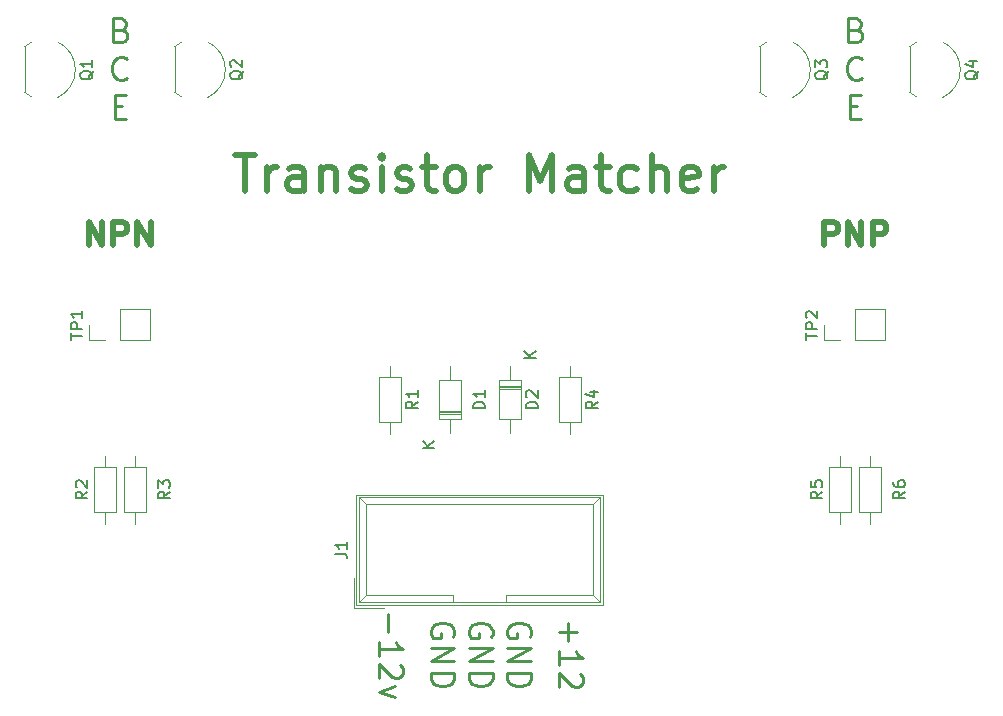
<source format=gbr>
%TF.GenerationSoftware,KiCad,Pcbnew,(5.1.7)-1*%
%TF.CreationDate,2020-11-11T16:50:08-07:00*%
%TF.ProjectId,transistor_matcher,7472616e-7369-4737-946f-725f6d617463,rev?*%
%TF.SameCoordinates,Original*%
%TF.FileFunction,Legend,Top*%
%TF.FilePolarity,Positive*%
%FSLAX46Y46*%
G04 Gerber Fmt 4.6, Leading zero omitted, Abs format (unit mm)*
G04 Created by KiCad (PCBNEW (5.1.7)-1) date 2020-11-11 16:50:08*
%MOMM*%
%LPD*%
G01*
G04 APERTURE LIST*
%ADD10C,0.250000*%
%ADD11C,0.500000*%
%ADD12C,0.120000*%
%ADD13C,0.100000*%
%ADD14C,0.150000*%
G04 APERTURE END LIST*
D10*
X176087857Y-75955418D02*
X176373571Y-76050656D01*
X176468809Y-76145895D01*
X176564047Y-76336371D01*
X176564047Y-76622085D01*
X176468809Y-76812561D01*
X176373571Y-76907799D01*
X176183095Y-77003037D01*
X175421190Y-77003037D01*
X175421190Y-75003037D01*
X176087857Y-75003037D01*
X176278333Y-75098276D01*
X176373571Y-75193514D01*
X176468809Y-75383990D01*
X176468809Y-75574466D01*
X176373571Y-75764942D01*
X176278333Y-75860180D01*
X176087857Y-75955418D01*
X175421190Y-75955418D01*
X176564047Y-80062561D02*
X176468809Y-80157799D01*
X176183095Y-80253037D01*
X175992619Y-80253037D01*
X175706904Y-80157799D01*
X175516428Y-79967323D01*
X175421190Y-79776847D01*
X175325952Y-79395895D01*
X175325952Y-79110180D01*
X175421190Y-78729228D01*
X175516428Y-78538752D01*
X175706904Y-78348276D01*
X175992619Y-78253037D01*
X176183095Y-78253037D01*
X176468809Y-78348276D01*
X176564047Y-78443514D01*
X175516428Y-82455418D02*
X176183095Y-82455418D01*
X176468809Y-83503037D02*
X175516428Y-83503037D01*
X175516428Y-81503037D01*
X176468809Y-81503037D01*
X113857857Y-75955418D02*
X114143571Y-76050656D01*
X114238809Y-76145895D01*
X114334047Y-76336371D01*
X114334047Y-76622085D01*
X114238809Y-76812561D01*
X114143571Y-76907799D01*
X113953095Y-77003037D01*
X113191190Y-77003037D01*
X113191190Y-75003037D01*
X113857857Y-75003037D01*
X114048333Y-75098276D01*
X114143571Y-75193514D01*
X114238809Y-75383990D01*
X114238809Y-75574466D01*
X114143571Y-75764942D01*
X114048333Y-75860180D01*
X113857857Y-75955418D01*
X113191190Y-75955418D01*
X114334047Y-80062561D02*
X114238809Y-80157799D01*
X113953095Y-80253037D01*
X113762619Y-80253037D01*
X113476904Y-80157799D01*
X113286428Y-79967323D01*
X113191190Y-79776847D01*
X113095952Y-79395895D01*
X113095952Y-79110180D01*
X113191190Y-78729228D01*
X113286428Y-78538752D01*
X113476904Y-78348276D01*
X113762619Y-78253037D01*
X113953095Y-78253037D01*
X114238809Y-78348276D01*
X114334047Y-78443514D01*
X113286428Y-82455418D02*
X113953095Y-82455418D01*
X114238809Y-83503037D02*
X113286428Y-83503037D01*
X113286428Y-81503037D01*
X114238809Y-81503037D01*
X148445000Y-127354466D02*
X148540238Y-127163990D01*
X148540238Y-126878276D01*
X148445000Y-126592561D01*
X148254523Y-126402085D01*
X148064047Y-126306847D01*
X147683095Y-126211609D01*
X147397380Y-126211609D01*
X147016428Y-126306847D01*
X146825952Y-126402085D01*
X146635476Y-126592561D01*
X146540238Y-126878276D01*
X146540238Y-127068752D01*
X146635476Y-127354466D01*
X146730714Y-127449704D01*
X147397380Y-127449704D01*
X147397380Y-127068752D01*
X146540238Y-128306847D02*
X148540238Y-128306847D01*
X146540238Y-129449704D01*
X148540238Y-129449704D01*
X146540238Y-130402085D02*
X148540238Y-130402085D01*
X148540238Y-130878276D01*
X148445000Y-131163990D01*
X148254523Y-131354466D01*
X148064047Y-131449704D01*
X147683095Y-131544942D01*
X147397380Y-131544942D01*
X147016428Y-131449704D01*
X146825952Y-131354466D01*
X146635476Y-131163990D01*
X146540238Y-130878276D01*
X146540238Y-130402085D01*
X145195000Y-127354466D02*
X145290238Y-127163990D01*
X145290238Y-126878276D01*
X145195000Y-126592561D01*
X145004523Y-126402085D01*
X144814047Y-126306847D01*
X144433095Y-126211609D01*
X144147380Y-126211609D01*
X143766428Y-126306847D01*
X143575952Y-126402085D01*
X143385476Y-126592561D01*
X143290238Y-126878276D01*
X143290238Y-127068752D01*
X143385476Y-127354466D01*
X143480714Y-127449704D01*
X144147380Y-127449704D01*
X144147380Y-127068752D01*
X143290238Y-128306847D02*
X145290238Y-128306847D01*
X143290238Y-129449704D01*
X145290238Y-129449704D01*
X143290238Y-130402085D02*
X145290238Y-130402085D01*
X145290238Y-130878276D01*
X145195000Y-131163990D01*
X145004523Y-131354466D01*
X144814047Y-131449704D01*
X144433095Y-131544942D01*
X144147380Y-131544942D01*
X143766428Y-131449704D01*
X143575952Y-131354466D01*
X143385476Y-131163990D01*
X143290238Y-130878276D01*
X143290238Y-130402085D01*
X141945000Y-127354466D02*
X142040238Y-127163990D01*
X142040238Y-126878276D01*
X141945000Y-126592561D01*
X141754523Y-126402085D01*
X141564047Y-126306847D01*
X141183095Y-126211609D01*
X140897380Y-126211609D01*
X140516428Y-126306847D01*
X140325952Y-126402085D01*
X140135476Y-126592561D01*
X140040238Y-126878276D01*
X140040238Y-127068752D01*
X140135476Y-127354466D01*
X140230714Y-127449704D01*
X140897380Y-127449704D01*
X140897380Y-127068752D01*
X140040238Y-128306847D02*
X142040238Y-128306847D01*
X140040238Y-129449704D01*
X142040238Y-129449704D01*
X140040238Y-130402085D02*
X142040238Y-130402085D01*
X142040238Y-130878276D01*
X141945000Y-131163990D01*
X141754523Y-131354466D01*
X141564047Y-131449704D01*
X141183095Y-131544942D01*
X140897380Y-131544942D01*
X140516428Y-131449704D01*
X140325952Y-131354466D01*
X140135476Y-131163990D01*
X140040238Y-130878276D01*
X140040238Y-130402085D01*
X151672142Y-126211609D02*
X151672142Y-127735418D01*
X150910238Y-126973514D02*
X152434047Y-126973514D01*
X150910238Y-129735418D02*
X150910238Y-128592561D01*
X150910238Y-129163990D02*
X152910238Y-129163990D01*
X152624523Y-128973514D01*
X152434047Y-128783037D01*
X152338809Y-128592561D01*
X152719761Y-130497323D02*
X152815000Y-130592561D01*
X152910238Y-130783037D01*
X152910238Y-131259228D01*
X152815000Y-131449704D01*
X152719761Y-131544942D01*
X152529285Y-131640180D01*
X152338809Y-131640180D01*
X152053095Y-131544942D01*
X150910238Y-130402085D01*
X150910238Y-131640180D01*
X136432142Y-125449704D02*
X136432142Y-126973514D01*
X135670238Y-128973514D02*
X135670238Y-127830656D01*
X135670238Y-128402085D02*
X137670238Y-128402085D01*
X137384523Y-128211609D01*
X137194047Y-128021133D01*
X137098809Y-127830656D01*
X137479761Y-129735418D02*
X137575000Y-129830656D01*
X137670238Y-130021133D01*
X137670238Y-130497323D01*
X137575000Y-130687799D01*
X137479761Y-130783037D01*
X137289285Y-130878276D01*
X137098809Y-130878276D01*
X136813095Y-130783037D01*
X135670238Y-129640180D01*
X135670238Y-130878276D01*
X137003571Y-131544942D02*
X135670238Y-132021133D01*
X137003571Y-132497323D01*
D11*
X173373571Y-94223037D02*
X173373571Y-92223037D01*
X174135476Y-92223037D01*
X174325952Y-92318276D01*
X174421190Y-92413514D01*
X174516428Y-92603990D01*
X174516428Y-92889704D01*
X174421190Y-93080180D01*
X174325952Y-93175418D01*
X174135476Y-93270656D01*
X173373571Y-93270656D01*
X175373571Y-94223037D02*
X175373571Y-92223037D01*
X176516428Y-94223037D01*
X176516428Y-92223037D01*
X177468809Y-94223037D02*
X177468809Y-92223037D01*
X178230714Y-92223037D01*
X178421190Y-92318276D01*
X178516428Y-92413514D01*
X178611666Y-92603990D01*
X178611666Y-92889704D01*
X178516428Y-93080180D01*
X178421190Y-93175418D01*
X178230714Y-93270656D01*
X177468809Y-93270656D01*
X111095952Y-94223037D02*
X111095952Y-92223037D01*
X112238809Y-94223037D01*
X112238809Y-92223037D01*
X113191190Y-94223037D02*
X113191190Y-92223037D01*
X113953095Y-92223037D01*
X114143571Y-92318276D01*
X114238809Y-92413514D01*
X114334047Y-92603990D01*
X114334047Y-92889704D01*
X114238809Y-93080180D01*
X114143571Y-93175418D01*
X113953095Y-93270656D01*
X113191190Y-93270656D01*
X115191190Y-94223037D02*
X115191190Y-92223037D01*
X116334047Y-94223037D01*
X116334047Y-92223037D01*
X123480714Y-86595418D02*
X125195000Y-86595418D01*
X124337857Y-89595418D02*
X124337857Y-86595418D01*
X126195000Y-89595418D02*
X126195000Y-87595418D01*
X126195000Y-88166847D02*
X126337857Y-87881133D01*
X126480714Y-87738276D01*
X126766428Y-87595418D01*
X127052142Y-87595418D01*
X129337857Y-89595418D02*
X129337857Y-88023990D01*
X129195000Y-87738276D01*
X128909285Y-87595418D01*
X128337857Y-87595418D01*
X128052142Y-87738276D01*
X129337857Y-89452561D02*
X129052142Y-89595418D01*
X128337857Y-89595418D01*
X128052142Y-89452561D01*
X127909285Y-89166847D01*
X127909285Y-88881133D01*
X128052142Y-88595418D01*
X128337857Y-88452561D01*
X129052142Y-88452561D01*
X129337857Y-88309704D01*
X130766428Y-87595418D02*
X130766428Y-89595418D01*
X130766428Y-87881133D02*
X130909285Y-87738276D01*
X131195000Y-87595418D01*
X131623571Y-87595418D01*
X131909285Y-87738276D01*
X132052142Y-88023990D01*
X132052142Y-89595418D01*
X133337857Y-89452561D02*
X133623571Y-89595418D01*
X134195000Y-89595418D01*
X134480714Y-89452561D01*
X134623571Y-89166847D01*
X134623571Y-89023990D01*
X134480714Y-88738276D01*
X134195000Y-88595418D01*
X133766428Y-88595418D01*
X133480714Y-88452561D01*
X133337857Y-88166847D01*
X133337857Y-88023990D01*
X133480714Y-87738276D01*
X133766428Y-87595418D01*
X134195000Y-87595418D01*
X134480714Y-87738276D01*
X135909285Y-89595418D02*
X135909285Y-87595418D01*
X135909285Y-86595418D02*
X135766428Y-86738276D01*
X135909285Y-86881133D01*
X136052142Y-86738276D01*
X135909285Y-86595418D01*
X135909285Y-86881133D01*
X137195000Y-89452561D02*
X137480714Y-89595418D01*
X138052142Y-89595418D01*
X138337857Y-89452561D01*
X138480714Y-89166847D01*
X138480714Y-89023990D01*
X138337857Y-88738276D01*
X138052142Y-88595418D01*
X137623571Y-88595418D01*
X137337857Y-88452561D01*
X137195000Y-88166847D01*
X137195000Y-88023990D01*
X137337857Y-87738276D01*
X137623571Y-87595418D01*
X138052142Y-87595418D01*
X138337857Y-87738276D01*
X139337857Y-87595418D02*
X140480714Y-87595418D01*
X139766428Y-86595418D02*
X139766428Y-89166847D01*
X139909285Y-89452561D01*
X140195000Y-89595418D01*
X140480714Y-89595418D01*
X141909285Y-89595418D02*
X141623571Y-89452561D01*
X141480714Y-89309704D01*
X141337857Y-89023990D01*
X141337857Y-88166847D01*
X141480714Y-87881133D01*
X141623571Y-87738276D01*
X141909285Y-87595418D01*
X142337857Y-87595418D01*
X142623571Y-87738276D01*
X142766428Y-87881133D01*
X142909285Y-88166847D01*
X142909285Y-89023990D01*
X142766428Y-89309704D01*
X142623571Y-89452561D01*
X142337857Y-89595418D01*
X141909285Y-89595418D01*
X144195000Y-89595418D02*
X144195000Y-87595418D01*
X144195000Y-88166847D02*
X144337857Y-87881133D01*
X144480714Y-87738276D01*
X144766428Y-87595418D01*
X145052142Y-87595418D01*
X148337857Y-89595418D02*
X148337857Y-86595418D01*
X149337857Y-88738276D01*
X150337857Y-86595418D01*
X150337857Y-89595418D01*
X153052142Y-89595418D02*
X153052142Y-88023990D01*
X152909285Y-87738276D01*
X152623571Y-87595418D01*
X152052142Y-87595418D01*
X151766428Y-87738276D01*
X153052142Y-89452561D02*
X152766428Y-89595418D01*
X152052142Y-89595418D01*
X151766428Y-89452561D01*
X151623571Y-89166847D01*
X151623571Y-88881133D01*
X151766428Y-88595418D01*
X152052142Y-88452561D01*
X152766428Y-88452561D01*
X153052142Y-88309704D01*
X154052142Y-87595418D02*
X155195000Y-87595418D01*
X154480714Y-86595418D02*
X154480714Y-89166847D01*
X154623571Y-89452561D01*
X154909285Y-89595418D01*
X155195000Y-89595418D01*
X157480714Y-89452561D02*
X157195000Y-89595418D01*
X156623571Y-89595418D01*
X156337857Y-89452561D01*
X156195000Y-89309704D01*
X156052142Y-89023990D01*
X156052142Y-88166847D01*
X156195000Y-87881133D01*
X156337857Y-87738276D01*
X156623571Y-87595418D01*
X157195000Y-87595418D01*
X157480714Y-87738276D01*
X158766428Y-89595418D02*
X158766428Y-86595418D01*
X160052142Y-89595418D02*
X160052142Y-88023990D01*
X159909285Y-87738276D01*
X159623571Y-87595418D01*
X159195000Y-87595418D01*
X158909285Y-87738276D01*
X158766428Y-87881133D01*
X162623571Y-89452561D02*
X162337857Y-89595418D01*
X161766428Y-89595418D01*
X161480714Y-89452561D01*
X161337857Y-89166847D01*
X161337857Y-88023990D01*
X161480714Y-87738276D01*
X161766428Y-87595418D01*
X162337857Y-87595418D01*
X162623571Y-87738276D01*
X162766428Y-88023990D01*
X162766428Y-88309704D01*
X161337857Y-88595418D01*
X164052142Y-89595418D02*
X164052142Y-87595418D01*
X164052142Y-88166847D02*
X164195000Y-87881133D01*
X164337857Y-87738276D01*
X164623571Y-87595418D01*
X164909285Y-87595418D01*
D12*
%TO.C,TP2*%
X173345000Y-102268276D02*
X173345000Y-100938276D01*
X174675000Y-102268276D02*
X173345000Y-102268276D01*
X175945000Y-102268276D02*
X175945000Y-99608276D01*
X175945000Y-99608276D02*
X178545000Y-99608276D01*
X175945000Y-102268276D02*
X178545000Y-102268276D01*
X178545000Y-102268276D02*
X178545000Y-99608276D01*
%TO.C,TP1*%
X111115000Y-102268276D02*
X111115000Y-100938276D01*
X112445000Y-102268276D02*
X111115000Y-102268276D01*
X113715000Y-102268276D02*
X113715000Y-99608276D01*
X113715000Y-99608276D02*
X116315000Y-99608276D01*
X113715000Y-102268276D02*
X116315000Y-102268276D01*
X116315000Y-102268276D02*
X116315000Y-99608276D01*
%TO.C,Q4*%
X180595000Y-77408276D02*
X180595000Y-81258276D01*
X181182736Y-81650659D02*
G75*
G02*
X180595000Y-81258276I1112264J2302383D01*
G01*
X183393807Y-81704676D02*
G75*
G03*
X184895000Y-79348276I-1098807J2356400D01*
G01*
X183393807Y-76991876D02*
G75*
G02*
X184895000Y-79348276I-1098807J-2356400D01*
G01*
X181172955Y-77025645D02*
G75*
G03*
X180595000Y-77408276I1122045J-2322631D01*
G01*
%TO.C,Q3*%
X167895000Y-77408276D02*
X167895000Y-81258276D01*
X168482736Y-81650659D02*
G75*
G02*
X167895000Y-81258276I1112264J2302383D01*
G01*
X170693807Y-81704676D02*
G75*
G03*
X172195000Y-79348276I-1098807J2356400D01*
G01*
X170693807Y-76991876D02*
G75*
G02*
X172195000Y-79348276I-1098807J-2356400D01*
G01*
X168472955Y-77025645D02*
G75*
G03*
X167895000Y-77408276I1122045J-2322631D01*
G01*
%TO.C,Q2*%
X118365000Y-77408276D02*
X118365000Y-81258276D01*
X118952736Y-81650659D02*
G75*
G02*
X118365000Y-81258276I1112264J2302383D01*
G01*
X121163807Y-81704676D02*
G75*
G03*
X122665000Y-79348276I-1098807J2356400D01*
G01*
X121163807Y-76991876D02*
G75*
G02*
X122665000Y-79348276I-1098807J-2356400D01*
G01*
X118942955Y-77025645D02*
G75*
G03*
X118365000Y-77408276I1122045J-2322631D01*
G01*
%TO.C,Q1*%
X105665000Y-77408276D02*
X105665000Y-81258276D01*
X106252736Y-81650659D02*
G75*
G02*
X105665000Y-81258276I1112264J2302383D01*
G01*
X108463807Y-81704676D02*
G75*
G03*
X109965000Y-79348276I-1098807J2356400D01*
G01*
X108463807Y-76991876D02*
G75*
G02*
X109965000Y-79348276I-1098807J-2356400D01*
G01*
X106242955Y-77025645D02*
G75*
G03*
X105665000Y-77408276I1122045J-2322631D01*
G01*
%TO.C,D2*%
X147655000Y-106104276D02*
X145815000Y-106104276D01*
X147655000Y-106344276D02*
X145815000Y-106344276D01*
X147655000Y-106224276D02*
X145815000Y-106224276D01*
X146735000Y-110108276D02*
X146735000Y-108928276D01*
X146735000Y-104468276D02*
X146735000Y-105648276D01*
X147655000Y-108928276D02*
X147655000Y-105648276D01*
X145815000Y-108928276D02*
X147655000Y-108928276D01*
X145815000Y-105648276D02*
X145815000Y-108928276D01*
X147655000Y-105648276D02*
X145815000Y-105648276D01*
%TO.C,D1*%
X140735000Y-108472276D02*
X142575000Y-108472276D01*
X140735000Y-108232276D02*
X142575000Y-108232276D01*
X140735000Y-108352276D02*
X142575000Y-108352276D01*
X141655000Y-104468276D02*
X141655000Y-105648276D01*
X141655000Y-110108276D02*
X141655000Y-108928276D01*
X140735000Y-105648276D02*
X140735000Y-108928276D01*
X142575000Y-105648276D02*
X140735000Y-105648276D01*
X142575000Y-108928276D02*
X142575000Y-105648276D01*
X140735000Y-108928276D02*
X142575000Y-108928276D01*
D13*
%TO.C,J1*%
X134015000Y-115563276D02*
X154375000Y-115563276D01*
X134555000Y-116113276D02*
X153815000Y-116113276D01*
X134015000Y-124413276D02*
X154375000Y-124413276D01*
X134555000Y-123863276D02*
X141945000Y-123863276D01*
X146445000Y-123863276D02*
X153815000Y-123863276D01*
X141945000Y-123863276D02*
X141945000Y-124413276D01*
X146445000Y-123863276D02*
X146445000Y-124413276D01*
X134015000Y-115563276D02*
X134015000Y-124413276D01*
X134555000Y-116113276D02*
X134555000Y-123863276D01*
X154375000Y-115563276D02*
X154375000Y-124413276D01*
X153815000Y-116113276D02*
X153815000Y-123863276D01*
X134015000Y-115563276D02*
X134555000Y-116113276D01*
X154375000Y-115563276D02*
X153815000Y-116113276D01*
X134015000Y-124413276D02*
X134555000Y-123863276D01*
X154375000Y-124413276D02*
X153815000Y-123863276D01*
D12*
X133765000Y-115313276D02*
X154625000Y-115313276D01*
X154625000Y-115313276D02*
X154625000Y-124663276D01*
X154625000Y-124663276D02*
X133765000Y-124663276D01*
X133765000Y-124663276D02*
X133765000Y-115313276D01*
X133515000Y-124913276D02*
X136055000Y-124913276D01*
X133515000Y-124913276D02*
X133515000Y-122373276D01*
%TO.C,R6*%
X176295000Y-116828276D02*
X178135000Y-116828276D01*
X178135000Y-116828276D02*
X178135000Y-112988276D01*
X178135000Y-112988276D02*
X176295000Y-112988276D01*
X176295000Y-112988276D02*
X176295000Y-116828276D01*
X177215000Y-117778276D02*
X177215000Y-116828276D01*
X177215000Y-112038276D02*
X177215000Y-112988276D01*
%TO.C,R5*%
X173755000Y-116828276D02*
X175595000Y-116828276D01*
X175595000Y-116828276D02*
X175595000Y-112988276D01*
X175595000Y-112988276D02*
X173755000Y-112988276D01*
X173755000Y-112988276D02*
X173755000Y-116828276D01*
X174675000Y-117778276D02*
X174675000Y-116828276D01*
X174675000Y-112038276D02*
X174675000Y-112988276D01*
%TO.C,R4*%
X152735000Y-105368276D02*
X150895000Y-105368276D01*
X150895000Y-105368276D02*
X150895000Y-109208276D01*
X150895000Y-109208276D02*
X152735000Y-109208276D01*
X152735000Y-109208276D02*
X152735000Y-105368276D01*
X151815000Y-104418276D02*
X151815000Y-105368276D01*
X151815000Y-110158276D02*
X151815000Y-109208276D01*
%TO.C,R3*%
X114065000Y-116828276D02*
X115905000Y-116828276D01*
X115905000Y-116828276D02*
X115905000Y-112988276D01*
X115905000Y-112988276D02*
X114065000Y-112988276D01*
X114065000Y-112988276D02*
X114065000Y-116828276D01*
X114985000Y-117778276D02*
X114985000Y-116828276D01*
X114985000Y-112038276D02*
X114985000Y-112988276D01*
%TO.C,R2*%
X111525000Y-116828276D02*
X113365000Y-116828276D01*
X113365000Y-116828276D02*
X113365000Y-112988276D01*
X113365000Y-112988276D02*
X111525000Y-112988276D01*
X111525000Y-112988276D02*
X111525000Y-116828276D01*
X112445000Y-117778276D02*
X112445000Y-116828276D01*
X112445000Y-112038276D02*
X112445000Y-112988276D01*
%TO.C,R1*%
X137495000Y-105368276D02*
X135655000Y-105368276D01*
X135655000Y-105368276D02*
X135655000Y-109208276D01*
X135655000Y-109208276D02*
X137495000Y-109208276D01*
X137495000Y-109208276D02*
X137495000Y-105368276D01*
X136575000Y-104418276D02*
X136575000Y-105368276D01*
X136575000Y-110158276D02*
X136575000Y-109208276D01*
%TO.C,TP2*%
D14*
X171797380Y-102200180D02*
X171797380Y-101628752D01*
X172797380Y-101914466D02*
X171797380Y-101914466D01*
X172797380Y-101295418D02*
X171797380Y-101295418D01*
X171797380Y-100914466D01*
X171845000Y-100819228D01*
X171892619Y-100771609D01*
X171987857Y-100723990D01*
X172130714Y-100723990D01*
X172225952Y-100771609D01*
X172273571Y-100819228D01*
X172321190Y-100914466D01*
X172321190Y-101295418D01*
X171892619Y-100343037D02*
X171845000Y-100295418D01*
X171797380Y-100200180D01*
X171797380Y-99962085D01*
X171845000Y-99866847D01*
X171892619Y-99819228D01*
X171987857Y-99771609D01*
X172083095Y-99771609D01*
X172225952Y-99819228D01*
X172797380Y-100390656D01*
X172797380Y-99771609D01*
%TO.C,TP1*%
X109567380Y-102200180D02*
X109567380Y-101628752D01*
X110567380Y-101914466D02*
X109567380Y-101914466D01*
X110567380Y-101295418D02*
X109567380Y-101295418D01*
X109567380Y-100914466D01*
X109615000Y-100819228D01*
X109662619Y-100771609D01*
X109757857Y-100723990D01*
X109900714Y-100723990D01*
X109995952Y-100771609D01*
X110043571Y-100819228D01*
X110091190Y-100914466D01*
X110091190Y-101295418D01*
X110567380Y-99771609D02*
X110567380Y-100343037D01*
X110567380Y-100057323D02*
X109567380Y-100057323D01*
X109710238Y-100152561D01*
X109805476Y-100247799D01*
X109853095Y-100343037D01*
%TO.C,Q4*%
X186402619Y-79443514D02*
X186355000Y-79538752D01*
X186259761Y-79633990D01*
X186116904Y-79776847D01*
X186069285Y-79872085D01*
X186069285Y-79967323D01*
X186307380Y-79919704D02*
X186259761Y-80014942D01*
X186164523Y-80110180D01*
X185974047Y-80157799D01*
X185640714Y-80157799D01*
X185450238Y-80110180D01*
X185355000Y-80014942D01*
X185307380Y-79919704D01*
X185307380Y-79729228D01*
X185355000Y-79633990D01*
X185450238Y-79538752D01*
X185640714Y-79491133D01*
X185974047Y-79491133D01*
X186164523Y-79538752D01*
X186259761Y-79633990D01*
X186307380Y-79729228D01*
X186307380Y-79919704D01*
X185640714Y-78633990D02*
X186307380Y-78633990D01*
X185259761Y-78872085D02*
X185974047Y-79110180D01*
X185974047Y-78491133D01*
%TO.C,Q3*%
X173702619Y-79443514D02*
X173655000Y-79538752D01*
X173559761Y-79633990D01*
X173416904Y-79776847D01*
X173369285Y-79872085D01*
X173369285Y-79967323D01*
X173607380Y-79919704D02*
X173559761Y-80014942D01*
X173464523Y-80110180D01*
X173274047Y-80157799D01*
X172940714Y-80157799D01*
X172750238Y-80110180D01*
X172655000Y-80014942D01*
X172607380Y-79919704D01*
X172607380Y-79729228D01*
X172655000Y-79633990D01*
X172750238Y-79538752D01*
X172940714Y-79491133D01*
X173274047Y-79491133D01*
X173464523Y-79538752D01*
X173559761Y-79633990D01*
X173607380Y-79729228D01*
X173607380Y-79919704D01*
X172607380Y-79157799D02*
X172607380Y-78538752D01*
X172988333Y-78872085D01*
X172988333Y-78729228D01*
X173035952Y-78633990D01*
X173083571Y-78586371D01*
X173178809Y-78538752D01*
X173416904Y-78538752D01*
X173512142Y-78586371D01*
X173559761Y-78633990D01*
X173607380Y-78729228D01*
X173607380Y-79014942D01*
X173559761Y-79110180D01*
X173512142Y-79157799D01*
%TO.C,Q2*%
X124172619Y-79443514D02*
X124125000Y-79538752D01*
X124029761Y-79633990D01*
X123886904Y-79776847D01*
X123839285Y-79872085D01*
X123839285Y-79967323D01*
X124077380Y-79919704D02*
X124029761Y-80014942D01*
X123934523Y-80110180D01*
X123744047Y-80157799D01*
X123410714Y-80157799D01*
X123220238Y-80110180D01*
X123125000Y-80014942D01*
X123077380Y-79919704D01*
X123077380Y-79729228D01*
X123125000Y-79633990D01*
X123220238Y-79538752D01*
X123410714Y-79491133D01*
X123744047Y-79491133D01*
X123934523Y-79538752D01*
X124029761Y-79633990D01*
X124077380Y-79729228D01*
X124077380Y-79919704D01*
X123172619Y-79110180D02*
X123125000Y-79062561D01*
X123077380Y-78967323D01*
X123077380Y-78729228D01*
X123125000Y-78633990D01*
X123172619Y-78586371D01*
X123267857Y-78538752D01*
X123363095Y-78538752D01*
X123505952Y-78586371D01*
X124077380Y-79157799D01*
X124077380Y-78538752D01*
%TO.C,Q1*%
X111472619Y-79443514D02*
X111425000Y-79538752D01*
X111329761Y-79633990D01*
X111186904Y-79776847D01*
X111139285Y-79872085D01*
X111139285Y-79967323D01*
X111377380Y-79919704D02*
X111329761Y-80014942D01*
X111234523Y-80110180D01*
X111044047Y-80157799D01*
X110710714Y-80157799D01*
X110520238Y-80110180D01*
X110425000Y-80014942D01*
X110377380Y-79919704D01*
X110377380Y-79729228D01*
X110425000Y-79633990D01*
X110520238Y-79538752D01*
X110710714Y-79491133D01*
X111044047Y-79491133D01*
X111234523Y-79538752D01*
X111329761Y-79633990D01*
X111377380Y-79729228D01*
X111377380Y-79919704D01*
X111377380Y-78538752D02*
X111377380Y-79110180D01*
X111377380Y-78824466D02*
X110377380Y-78824466D01*
X110520238Y-78919704D01*
X110615476Y-79014942D01*
X110663095Y-79110180D01*
%TO.C,D2*%
X149107380Y-108026371D02*
X148107380Y-108026371D01*
X148107380Y-107788276D01*
X148155000Y-107645418D01*
X148250238Y-107550180D01*
X148345476Y-107502561D01*
X148535952Y-107454942D01*
X148678809Y-107454942D01*
X148869285Y-107502561D01*
X148964523Y-107550180D01*
X149059761Y-107645418D01*
X149107380Y-107788276D01*
X149107380Y-108026371D01*
X148202619Y-107073990D02*
X148155000Y-107026371D01*
X148107380Y-106931133D01*
X148107380Y-106693037D01*
X148155000Y-106597799D01*
X148202619Y-106550180D01*
X148297857Y-106502561D01*
X148393095Y-106502561D01*
X148535952Y-106550180D01*
X149107380Y-107121609D01*
X149107380Y-106502561D01*
X148937380Y-103740180D02*
X147937380Y-103740180D01*
X148937380Y-103168752D02*
X148365952Y-103597323D01*
X147937380Y-103168752D02*
X148508809Y-103740180D01*
%TO.C,D1*%
X144647380Y-108026371D02*
X143647380Y-108026371D01*
X143647380Y-107788276D01*
X143695000Y-107645418D01*
X143790238Y-107550180D01*
X143885476Y-107502561D01*
X144075952Y-107454942D01*
X144218809Y-107454942D01*
X144409285Y-107502561D01*
X144504523Y-107550180D01*
X144599761Y-107645418D01*
X144647380Y-107788276D01*
X144647380Y-108026371D01*
X144647380Y-106502561D02*
X144647380Y-107073990D01*
X144647380Y-106788276D02*
X143647380Y-106788276D01*
X143790238Y-106883514D01*
X143885476Y-106978752D01*
X143933095Y-107073990D01*
X140357380Y-111360180D02*
X139357380Y-111360180D01*
X140357380Y-110788752D02*
X139785952Y-111217323D01*
X139357380Y-110788752D02*
X139928809Y-111360180D01*
%TO.C,J1*%
X131963380Y-120321609D02*
X132677666Y-120321609D01*
X132820523Y-120369228D01*
X132915761Y-120464466D01*
X132963380Y-120607323D01*
X132963380Y-120702561D01*
X132963380Y-119321609D02*
X132963380Y-119893037D01*
X132963380Y-119607323D02*
X131963380Y-119607323D01*
X132106238Y-119702561D01*
X132201476Y-119797799D01*
X132249095Y-119893037D01*
%TO.C,R6*%
X180207380Y-115074942D02*
X179731190Y-115408276D01*
X180207380Y-115646371D02*
X179207380Y-115646371D01*
X179207380Y-115265418D01*
X179255000Y-115170180D01*
X179302619Y-115122561D01*
X179397857Y-115074942D01*
X179540714Y-115074942D01*
X179635952Y-115122561D01*
X179683571Y-115170180D01*
X179731190Y-115265418D01*
X179731190Y-115646371D01*
X179207380Y-114217799D02*
X179207380Y-114408276D01*
X179255000Y-114503514D01*
X179302619Y-114551133D01*
X179445476Y-114646371D01*
X179635952Y-114693990D01*
X180016904Y-114693990D01*
X180112142Y-114646371D01*
X180159761Y-114598752D01*
X180207380Y-114503514D01*
X180207380Y-114313037D01*
X180159761Y-114217799D01*
X180112142Y-114170180D01*
X180016904Y-114122561D01*
X179778809Y-114122561D01*
X179683571Y-114170180D01*
X179635952Y-114217799D01*
X179588333Y-114313037D01*
X179588333Y-114503514D01*
X179635952Y-114598752D01*
X179683571Y-114646371D01*
X179778809Y-114693990D01*
%TO.C,R5*%
X173207380Y-115074942D02*
X172731190Y-115408276D01*
X173207380Y-115646371D02*
X172207380Y-115646371D01*
X172207380Y-115265418D01*
X172255000Y-115170180D01*
X172302619Y-115122561D01*
X172397857Y-115074942D01*
X172540714Y-115074942D01*
X172635952Y-115122561D01*
X172683571Y-115170180D01*
X172731190Y-115265418D01*
X172731190Y-115646371D01*
X172207380Y-114170180D02*
X172207380Y-114646371D01*
X172683571Y-114693990D01*
X172635952Y-114646371D01*
X172588333Y-114551133D01*
X172588333Y-114313037D01*
X172635952Y-114217799D01*
X172683571Y-114170180D01*
X172778809Y-114122561D01*
X173016904Y-114122561D01*
X173112142Y-114170180D01*
X173159761Y-114217799D01*
X173207380Y-114313037D01*
X173207380Y-114551133D01*
X173159761Y-114646371D01*
X173112142Y-114693990D01*
%TO.C,R4*%
X154187380Y-107454942D02*
X153711190Y-107788276D01*
X154187380Y-108026371D02*
X153187380Y-108026371D01*
X153187380Y-107645418D01*
X153235000Y-107550180D01*
X153282619Y-107502561D01*
X153377857Y-107454942D01*
X153520714Y-107454942D01*
X153615952Y-107502561D01*
X153663571Y-107550180D01*
X153711190Y-107645418D01*
X153711190Y-108026371D01*
X153520714Y-106597799D02*
X154187380Y-106597799D01*
X153139761Y-106835895D02*
X153854047Y-107073990D01*
X153854047Y-106454942D01*
%TO.C,R3*%
X117977380Y-115074942D02*
X117501190Y-115408276D01*
X117977380Y-115646371D02*
X116977380Y-115646371D01*
X116977380Y-115265418D01*
X117025000Y-115170180D01*
X117072619Y-115122561D01*
X117167857Y-115074942D01*
X117310714Y-115074942D01*
X117405952Y-115122561D01*
X117453571Y-115170180D01*
X117501190Y-115265418D01*
X117501190Y-115646371D01*
X116977380Y-114741609D02*
X116977380Y-114122561D01*
X117358333Y-114455895D01*
X117358333Y-114313037D01*
X117405952Y-114217799D01*
X117453571Y-114170180D01*
X117548809Y-114122561D01*
X117786904Y-114122561D01*
X117882142Y-114170180D01*
X117929761Y-114217799D01*
X117977380Y-114313037D01*
X117977380Y-114598752D01*
X117929761Y-114693990D01*
X117882142Y-114741609D01*
%TO.C,R2*%
X110977380Y-115074942D02*
X110501190Y-115408276D01*
X110977380Y-115646371D02*
X109977380Y-115646371D01*
X109977380Y-115265418D01*
X110025000Y-115170180D01*
X110072619Y-115122561D01*
X110167857Y-115074942D01*
X110310714Y-115074942D01*
X110405952Y-115122561D01*
X110453571Y-115170180D01*
X110501190Y-115265418D01*
X110501190Y-115646371D01*
X110072619Y-114693990D02*
X110025000Y-114646371D01*
X109977380Y-114551133D01*
X109977380Y-114313037D01*
X110025000Y-114217799D01*
X110072619Y-114170180D01*
X110167857Y-114122561D01*
X110263095Y-114122561D01*
X110405952Y-114170180D01*
X110977380Y-114741609D01*
X110977380Y-114122561D01*
%TO.C,R1*%
X138947380Y-107454942D02*
X138471190Y-107788276D01*
X138947380Y-108026371D02*
X137947380Y-108026371D01*
X137947380Y-107645418D01*
X137995000Y-107550180D01*
X138042619Y-107502561D01*
X138137857Y-107454942D01*
X138280714Y-107454942D01*
X138375952Y-107502561D01*
X138423571Y-107550180D01*
X138471190Y-107645418D01*
X138471190Y-108026371D01*
X138947380Y-106502561D02*
X138947380Y-107073990D01*
X138947380Y-106788276D02*
X137947380Y-106788276D01*
X138090238Y-106883514D01*
X138185476Y-106978752D01*
X138233095Y-107073990D01*
%TD*%
M02*

</source>
